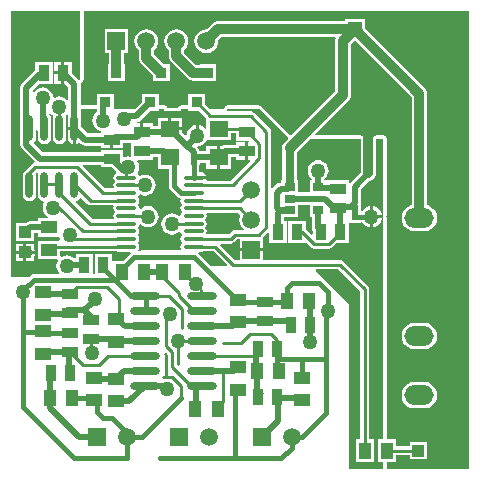
<source format=gtl>
%FSLAX25Y25*%
%MOIN*%
G70*
G01*
G75*
G04 Layer_Physical_Order=1*
G04 Layer_Color=255*
%ADD10R,0.02000X0.02000*%
%ADD11R,0.04134X0.05512*%
%ADD12R,0.05512X0.04134*%
%ADD13O,0.09843X0.02756*%
%ADD14O,0.02362X0.08661*%
%ADD15R,0.06300X0.05500*%
%ADD16O,0.06693X0.01378*%
%ADD17R,0.03543X0.02559*%
%ADD18R,0.03543X0.03740*%
%ADD19R,0.03937X0.03937*%
%ADD20R,0.03937X0.03937*%
%ADD21R,0.03740X0.05315*%
%ADD22R,0.05315X0.03740*%
%ADD23C,0.03200*%
%ADD24C,0.02800*%
%ADD25C,0.01000*%
%ADD26C,0.00000*%
%ADD27C,0.02000*%
%ADD28C,0.01600*%
%ADD29R,0.05906X0.05906*%
%ADD30C,0.05906*%
%ADD31R,0.05906X0.05906*%
%ADD32C,0.04724*%
%ADD33R,0.04724X0.04724*%
%ADD34O,0.09843X0.06693*%
%ADD35C,0.02400*%
%ADD36C,0.05000*%
G36*
X324646Y335354D02*
Y334854D01*
X323421Y333630D01*
X323005Y333087D01*
X322743Y332454D01*
X322653Y331776D01*
X322743Y331097D01*
X322829Y330889D01*
Y321020D01*
X322504D01*
Y320319D01*
X322280D01*
X321499Y320163D01*
X320838Y319722D01*
X319558Y318442D01*
X319508Y318367D01*
X319029Y318512D01*
Y337298D01*
X318913Y337884D01*
X318581Y338380D01*
X313380Y343581D01*
X312884Y343913D01*
X312298Y344029D01*
X304512D01*
Y344209D01*
X304512D01*
Y345000D01*
X315000D01*
X324646Y335354D01*
D02*
G37*
G36*
X281200Y325000D02*
X285009D01*
Y319155D01*
X285126Y318570D01*
X285149Y318453D01*
X285547Y317858D01*
X287805Y315600D01*
X288400Y315202D01*
X288517Y315179D01*
X288643Y315154D01*
X288920Y314738D01*
X288841Y314339D01*
X288972Y313680D01*
X289345Y313121D01*
Y312997D01*
X288972Y312439D01*
X288841Y311779D01*
X288972Y311121D01*
X289345Y310562D01*
Y310438D01*
X288972Y309879D01*
X288849Y309261D01*
X288631Y309179D01*
X288335Y309120D01*
X287765Y309557D01*
X286914Y309910D01*
X286000Y310030D01*
X285086Y309910D01*
X284235Y309557D01*
X283504Y308996D01*
X282943Y308265D01*
X282590Y307414D01*
X282470Y306500D01*
X282590Y305586D01*
X282943Y304735D01*
X283504Y304004D01*
X284235Y303443D01*
X285086Y303090D01*
X286000Y302970D01*
X286914Y303090D01*
X287765Y303443D01*
X288437Y303958D01*
X288670Y303870D01*
X288926Y303674D01*
X288972Y303443D01*
X289345Y302885D01*
Y302761D01*
X288972Y302202D01*
X288841Y301543D01*
X288972Y300884D01*
X289345Y300326D01*
Y300202D01*
X288972Y299643D01*
X288841Y298984D01*
X288972Y298325D01*
X289160Y298043D01*
X288774Y297726D01*
X288500Y298000D01*
X276000D01*
X275379Y297379D01*
X274881Y297428D01*
X274713Y297680D01*
X274661Y297776D01*
X275028Y298325D01*
X275159Y298984D01*
X275028Y299643D01*
X274655Y300202D01*
Y300326D01*
X275028Y300884D01*
X275159Y301543D01*
X275028Y302202D01*
X274655Y302761D01*
Y302885D01*
X275028Y303443D01*
X275159Y304102D01*
X275028Y304761D01*
X274655Y305320D01*
Y305444D01*
X275028Y306002D01*
X275060Y306163D01*
X275360Y306393D01*
X275553Y306466D01*
X276235Y305943D01*
X277086Y305590D01*
X278000Y305470D01*
X278914Y305590D01*
X279765Y305943D01*
X280496Y306504D01*
X281057Y307235D01*
X281410Y308086D01*
X281530Y309000D01*
X281410Y309914D01*
X281057Y310765D01*
X280496Y311496D01*
X279765Y312057D01*
X278914Y312410D01*
X278000Y312530D01*
X277086Y312410D01*
X276235Y312057D01*
X275726Y311667D01*
X275159Y311779D01*
X275028Y312439D01*
X274655Y312997D01*
Y313121D01*
X275028Y313680D01*
X275159Y314339D01*
X275028Y314998D01*
X274655Y315556D01*
Y315680D01*
X275028Y316239D01*
X275278Y316399D01*
Y316399D01*
X275278Y316399D01*
X276130Y316047D01*
X277043Y315927D01*
X277957Y316047D01*
X278808Y316399D01*
X279539Y316961D01*
X280101Y317692D01*
X280453Y318543D01*
X280574Y319457D01*
X280453Y320370D01*
X280101Y321222D01*
X279539Y321953D01*
X278808Y322514D01*
X277957Y322867D01*
X277043Y322987D01*
X276130Y322867D01*
X275278Y322514D01*
X275028Y322675D01*
X274655Y323233D01*
X274638Y323244D01*
X274557Y323735D01*
X274910Y324586D01*
X275030Y325500D01*
X274910Y326414D01*
X274557Y327265D01*
X274353Y327532D01*
X274574Y327980D01*
X279658D01*
Y328811D01*
X281200D01*
Y325000D01*
D02*
G37*
G36*
X262343Y325480D02*
X265986D01*
X267422Y324044D01*
X267373Y323547D01*
X266904Y323233D01*
X266531Y322675D01*
X266400Y322016D01*
X266531Y321357D01*
X266904Y320798D01*
Y320674D01*
X266531Y320116D01*
X266400Y319457D01*
X266528Y318813D01*
X266211Y318427D01*
X263736D01*
X256314Y325849D01*
X256505Y326311D01*
X262343D01*
Y325480D01*
D02*
G37*
G36*
X307343Y334279D02*
X311744D01*
X312022Y333864D01*
X311963Y333720D01*
X311500D01*
Y330850D01*
Y327980D01*
X311963D01*
X312154Y327518D01*
X305622Y320986D01*
X297789D01*
X297472Y321373D01*
X297501Y321516D01*
X293220D01*
Y322516D01*
X297501D01*
X297469Y322675D01*
X297096Y323233D01*
X296537Y323607D01*
X295878Y323738D01*
X295056D01*
Y325647D01*
X295104Y325720D01*
X295260Y326500D01*
Y326711D01*
X297500D01*
Y325000D01*
X301150D01*
Y328750D01*
Y332500D01*
X297500D01*
Y330789D01*
X295178D01*
X295104Y331160D01*
X294662Y331821D01*
X294459Y332025D01*
X294619Y332499D01*
X295314Y332590D01*
X296165Y332943D01*
X296896Y333504D01*
X297457Y334235D01*
X297567Y334500D01*
X305800D01*
Y336721D01*
X307343D01*
Y334279D01*
D02*
G37*
G36*
X348878Y323761D02*
X345558Y320442D01*
X345486Y320335D01*
X345008Y320480D01*
Y321020D01*
X337693D01*
D01*
D01*
X337693Y321020D01*
X337496Y321020D01*
Y321020D01*
X337008D01*
X336848Y321493D01*
X337221Y321779D01*
X337782Y322511D01*
X338134Y323362D01*
X338255Y324276D01*
X338134Y325189D01*
X337782Y326041D01*
X337221Y326772D01*
X336490Y327333D01*
X335638Y327685D01*
X334724Y327806D01*
X333811Y327685D01*
X332959Y327333D01*
X332228Y326772D01*
X331667Y326041D01*
X331314Y325189D01*
X331194Y324276D01*
X331314Y323362D01*
X331667Y322511D01*
X332228Y321779D01*
X332601Y321493D01*
X332440Y321020D01*
X331953D01*
Y317039D01*
X328047D01*
Y321020D01*
X327723D01*
Y330514D01*
X332209Y335000D01*
X348878D01*
Y323761D01*
D02*
G37*
G36*
X257828Y313257D02*
X258324Y312926D01*
X258910Y312809D01*
X266211D01*
X266528Y312423D01*
X266400Y311779D01*
X266531Y311121D01*
X266904Y310562D01*
Y310438D01*
X266531Y309879D01*
X266400Y309221D01*
X266528Y308577D01*
X266211Y308191D01*
X259472D01*
X253863Y313800D01*
X254008Y314279D01*
X254351Y314347D01*
X255072Y314829D01*
X255328Y315211D01*
X255825Y315260D01*
X257828Y313257D01*
D02*
G37*
G36*
X267463Y297393D02*
X268122Y297262D01*
X271892D01*
X272202Y296798D01*
X269660Y294256D01*
X266193D01*
D01*
X266193D01*
X266020Y294429D01*
Y296657D01*
X260279D01*
Y289839D01*
X259720D01*
Y296657D01*
X253980D01*
Y295039D01*
X253440D01*
X252765Y295557D01*
X251914Y295910D01*
X251000Y296030D01*
X250086Y295910D01*
X249235Y295557D01*
X249215Y295542D01*
X248766Y295763D01*
Y297455D01*
X267371D01*
X267463Y297393D01*
D02*
G37*
G36*
X304375Y292962D02*
X304184Y292500D01*
X298942D01*
X294644Y296798D01*
X294954Y297262D01*
X295878D01*
X296537Y297393D01*
X296629Y297455D01*
X299882D01*
X304375Y292962D01*
D02*
G37*
G36*
X356500Y309254D02*
X356469Y309252D01*
Y308748D01*
X356500Y308746D01*
Y234756D01*
X354673D01*
Y227244D01*
X356500D01*
Y225000D01*
X345000D01*
Y280000D01*
X333991Y291009D01*
X334183Y291471D01*
X341367D01*
X348730Y284107D01*
Y234756D01*
X347193D01*
Y227244D01*
X353327D01*
Y234756D01*
X351789D01*
Y284740D01*
X351673Y285325D01*
X351341Y285822D01*
X343081Y294081D01*
X342585Y294413D01*
X342000Y294529D01*
X316453D01*
Y297500D01*
X308547D01*
Y294529D01*
X307134D01*
X302111Y299552D01*
X302302Y300014D01*
X305543D01*
X306129Y300130D01*
X306625Y300462D01*
X307633Y301471D01*
X308547D01*
Y298500D01*
X316453D01*
Y301953D01*
X316453Y301953D01*
X316453D01*
X316354Y302191D01*
X318018Y303855D01*
X318480Y303664D01*
Y300342D01*
X324220D01*
Y307658D01*
X323390D01*
Y308961D01*
X325016D01*
X325114Y308980D01*
X328047D01*
Y312720D01*
Y312961D01*
X331953D01*
Y308980D01*
X332685D01*
Y305126D01*
X332840Y304346D01*
X332980Y304136D01*
Y303037D01*
X332518Y302846D01*
X330520Y304845D01*
Y307658D01*
X324780D01*
Y300342D01*
X330520D01*
X330520Y300342D01*
Y300342D01*
X330644Y300394D01*
X332278Y298761D01*
X332774Y298430D01*
X332871Y298410D01*
X333359Y298313D01*
X338342D01*
X338927Y298430D01*
X339423Y298761D01*
X341005Y300342D01*
X345020D01*
Y307000D01*
X346803D01*
X347000Y306961D01*
X347197Y307000D01*
X349000D01*
Y307165D01*
X349497D01*
X350004Y306504D01*
X350735Y305943D01*
X351586Y305590D01*
X352000Y305536D01*
Y309000D01*
Y312464D01*
X351586Y312410D01*
X350735Y312057D01*
X350004Y311496D01*
X349513Y310856D01*
X349039Y311017D01*
Y312000D01*
X349000Y312197D01*
Y313303D01*
X349039Y313500D01*
Y318155D01*
X351801Y320917D01*
X352179Y320967D01*
X352811Y321229D01*
X353354Y321646D01*
X353771Y322189D01*
X354033Y322821D01*
X354122Y323500D01*
Y335000D01*
X356500D01*
Y309254D01*
D02*
G37*
G36*
X385000Y225000D02*
X357520D01*
Y227244D01*
X360807D01*
Y229471D01*
X365185D01*
Y228031D01*
X371122D01*
Y233968D01*
X365185D01*
Y232529D01*
X360807D01*
Y234756D01*
X357520D01*
Y308746D01*
X357500Y308844D01*
Y309156D01*
X357520Y309254D01*
Y335000D01*
X357442Y335390D01*
X357221Y335721D01*
X356890Y335942D01*
X356500Y336020D01*
X354122D01*
X353732Y335942D01*
X353401Y335721D01*
X353181Y335390D01*
X353103Y335000D01*
X349897D01*
X349819Y335390D01*
X349599Y335721D01*
X349268Y335942D01*
X348878Y336020D01*
X333882D01*
X333690Y336481D01*
X344854Y347646D01*
X344854Y347646D01*
X345271Y348189D01*
X345533Y348821D01*
X345622Y349500D01*
X345622Y349500D01*
Y366414D01*
X346750Y367541D01*
X347250D01*
X365878Y348914D01*
Y312774D01*
X365791Y312762D01*
X364733Y312324D01*
X363825Y311628D01*
X363129Y310719D01*
X362691Y309662D01*
X362541Y308528D01*
X362691Y307393D01*
X363129Y306336D01*
X363825Y305428D01*
X364733Y304731D01*
X365791Y304293D01*
X366925Y304144D01*
X370075D01*
X371210Y304293D01*
X372267Y304731D01*
X373175Y305428D01*
X373871Y306336D01*
X374309Y307393D01*
X374459Y308528D01*
X374309Y309662D01*
X373871Y310719D01*
X373175Y311628D01*
X372267Y312324D01*
X371210Y312762D01*
X371122Y312774D01*
Y350000D01*
X371122Y350000D01*
X371033Y350679D01*
X370771Y351311D01*
X370354Y351854D01*
X370354Y351854D01*
X350362Y371847D01*
Y374862D01*
X343638D01*
Y374122D01*
X301500D01*
X300821Y374033D01*
X300189Y373771D01*
X299646Y373354D01*
X299646Y373354D01*
X297746Y371455D01*
X297500Y371487D01*
X296468Y371351D01*
X295507Y370953D01*
X294681Y370319D01*
X294047Y369493D01*
X293649Y368532D01*
X293513Y367500D01*
X293649Y366468D01*
X294047Y365507D01*
X294681Y364681D01*
X295507Y364047D01*
X296468Y363649D01*
X297500Y363513D01*
X298532Y363649D01*
X299493Y364047D01*
X300319Y364681D01*
X300953Y365507D01*
X301351Y366468D01*
X301487Y367500D01*
X301454Y367746D01*
X302586Y368878D01*
X340306D01*
X340584Y368462D01*
X340467Y368179D01*
X340378Y367500D01*
X340378Y367500D01*
Y350586D01*
X325822Y336031D01*
X325367Y336075D01*
X315721Y345721D01*
X315390Y345942D01*
X315000Y346020D01*
X304512D01*
X304122Y345942D01*
X303791Y345721D01*
X303570Y345390D01*
X303492Y345000D01*
X298501D01*
X297031Y346470D01*
Y349949D01*
X291488D01*
Y346020D01*
X289012D01*
X288622Y345942D01*
X288291Y345721D01*
X288070Y345390D01*
X288038Y345228D01*
X284443D01*
X284411Y345390D01*
X284190Y345721D01*
X283859Y345942D01*
X283469Y346020D01*
X281532D01*
Y349949D01*
X275988D01*
Y347191D01*
X273797Y345000D01*
X270229D01*
X270000Y345030D01*
X269771Y345000D01*
X266531D01*
Y349949D01*
X260988D01*
Y346457D01*
X260961Y346319D01*
Y346020D01*
X255539D01*
Y353150D01*
X255529Y353199D01*
X255529Y353561D01*
X255796Y353642D01*
X255841Y353666D01*
X255890Y353676D01*
X256015Y353759D01*
X256147Y353829D01*
X256179Y353869D01*
X256221Y353897D01*
X256304Y354021D01*
X256399Y354137D01*
X256414Y354185D01*
X256442Y354227D01*
X256471Y354374D01*
X256515Y354518D01*
X256510Y354568D01*
X256520Y354618D01*
Y377500D01*
X385000D01*
Y225000D01*
D02*
G37*
G36*
X308841Y309496D02*
X308649Y309032D01*
X308513Y308000D01*
X308649Y306968D01*
X309047Y306007D01*
X309681Y305181D01*
X309913Y305003D01*
X309752Y304529D01*
X307000D01*
X306415Y304413D01*
X305919Y304081D01*
X304910Y303073D01*
X297789D01*
X297472Y303459D01*
X297600Y304102D01*
X297469Y304761D01*
X297096Y305320D01*
Y305444D01*
X297469Y306002D01*
X297600Y306661D01*
X297469Y307320D01*
X297096Y307879D01*
Y308003D01*
X297469Y308561D01*
X297600Y309221D01*
X297472Y309864D01*
X297789Y310250D01*
X308087D01*
X308841Y309496D01*
D02*
G37*
G36*
X260961Y343847D02*
X260504Y343496D01*
X259943Y342765D01*
X259590Y341914D01*
X259470Y341000D01*
X259590Y340086D01*
X259943Y339235D01*
X260504Y338504D01*
X261235Y337943D01*
X262086Y337590D01*
X262345Y337556D01*
X262343Y337520D01*
X262343Y337520D01*
X262343Y337520D01*
Y336689D01*
X257947D01*
X255724Y338912D01*
Y341598D01*
X255555Y342449D01*
X255539Y342472D01*
Y345000D01*
X260961D01*
Y343847D01*
D02*
G37*
G36*
X291488Y344209D02*
X294967D01*
X297500Y341676D01*
Y338487D01*
X297026Y338326D01*
X296896Y338496D01*
X296165Y339057D01*
X295314Y339410D01*
X294900Y339464D01*
Y336000D01*
X293900D01*
Y339464D01*
X293486Y339410D01*
X292635Y339057D01*
X291904Y338496D01*
X291343Y337765D01*
X290990Y336914D01*
X290899Y336219D01*
X290425Y336059D01*
X289500Y336984D01*
Y337750D01*
X285350D01*
Y338250D01*
X284850D01*
Y342000D01*
X281200D01*
Y339189D01*
X279658D01*
Y340020D01*
X276500D01*
Y337150D01*
X275500D01*
Y340020D01*
X274514D01*
X274465Y340517D01*
X274961Y340616D01*
X275623Y341058D01*
X278774Y344209D01*
X281532D01*
Y345000D01*
X283469D01*
Y344209D01*
X289012D01*
Y345000D01*
X291488D01*
Y344209D01*
D02*
G37*
G36*
X255500Y354618D02*
X255022Y354472D01*
X254942Y354591D01*
X252520Y357014D01*
Y360658D01*
X250150D01*
Y357000D01*
Y353343D01*
X250423D01*
X251461Y352305D01*
Y348154D01*
X250996Y347996D01*
X250265Y348557D01*
X249414Y348910D01*
X248500Y349030D01*
X247586Y348910D01*
X246913Y348631D01*
X246492Y348874D01*
X246479Y348891D01*
X246410Y349414D01*
X246057Y350265D01*
X245496Y350996D01*
X244765Y351557D01*
X243914Y351910D01*
X243000Y352030D01*
X242086Y351910D01*
X241235Y351557D01*
X240504Y350996D01*
X240013Y350356D01*
X239539Y350517D01*
Y351155D01*
X241726Y353343D01*
X246220D01*
Y360658D01*
X240480D01*
Y357864D01*
X236058Y353442D01*
X235616Y352780D01*
X235461Y352000D01*
Y333000D01*
X235616Y332220D01*
X236058Y331558D01*
X240197Y327419D01*
X240052Y326940D01*
X239915Y326913D01*
X239419Y326581D01*
X237479Y324641D01*
X236928Y324273D01*
X236445Y323552D01*
X236276Y322701D01*
Y316402D01*
X236445Y315551D01*
X236928Y314829D01*
X237649Y314347D01*
X238500Y314178D01*
X239351Y314347D01*
X240072Y314829D01*
X240555Y315551D01*
X240724Y316402D01*
Y322701D01*
X240581Y323418D01*
X240894Y323731D01*
X241389Y323658D01*
X241445Y323552D01*
X241276Y322701D01*
Y316402D01*
X241445Y315551D01*
X241928Y314829D01*
X242649Y314347D01*
X242697Y314337D01*
X243443Y313765D01*
X243090Y312914D01*
X242970Y312000D01*
X243090Y311086D01*
X243443Y310235D01*
X244004Y309504D01*
X244721Y308954D01*
X244635Y308701D01*
X244543Y308480D01*
X241254D01*
Y307453D01*
X238689D01*
X237909Y307297D01*
X237247Y306855D01*
X237085Y306693D01*
X234032D01*
Y300756D01*
X239968D01*
Y303374D01*
X241254D01*
Y302346D01*
X248413D01*
X248449Y302071D01*
X248720Y301416D01*
X248443Y301000D01*
X241254D01*
Y294866D01*
X247839D01*
X248060Y294418D01*
X247943Y294265D01*
X247590Y293414D01*
X247470Y292500D01*
X247590Y291586D01*
X247943Y290735D01*
X248286Y290287D01*
X248065Y289839D01*
X239895D01*
X239309Y289722D01*
X239193Y289699D01*
X238597Y289301D01*
X238296Y289000D01*
X232500D01*
Y377500D01*
X255500D01*
Y354618D01*
D02*
G37*
G36*
X246004Y343004D02*
X246541Y342592D01*
X246445Y342449D01*
X246276Y341598D01*
Y335299D01*
X246445Y334448D01*
X246927Y333727D01*
X247649Y333245D01*
X248500Y333075D01*
X249351Y333245D01*
X250073Y333727D01*
X250555Y334448D01*
X250724Y335299D01*
Y341598D01*
X250555Y342449D01*
X250459Y342592D01*
X250996Y343004D01*
X251461Y342846D01*
D01*
X251445Y342449D01*
D01*
X251276Y341598D01*
Y338949D01*
X253500D01*
Y338449D01*
X254000D01*
Y333175D01*
X254351Y333245D01*
X255072Y333727D01*
X255135Y333733D01*
X255660Y333208D01*
X256322Y332766D01*
X257102Y332610D01*
X257102Y332610D01*
X262343D01*
Y331780D01*
X265500D01*
Y334650D01*
X266500D01*
Y331780D01*
X269657D01*
Y333581D01*
X272342D01*
Y329298D01*
X271967Y328969D01*
X271500Y329030D01*
X270586Y328910D01*
X270073Y328697D01*
X269657Y328975D01*
Y331221D01*
X262343D01*
Y330390D01*
X242994D01*
X240035Y333349D01*
X240072Y333727D01*
X240555Y334448D01*
X240724Y335299D01*
Y337894D01*
X240875Y337940D01*
X241276Y337642D01*
Y335299D01*
X241445Y334448D01*
X241928Y333727D01*
X242649Y333245D01*
X243500Y333075D01*
X244351Y333245D01*
X245073Y333727D01*
X245555Y334448D01*
X245724Y335299D01*
Y341598D01*
X245555Y342449D01*
X245125Y343093D01*
X245232Y343409D01*
X245352Y343589D01*
X245513Y343644D01*
X246004Y343004D01*
D02*
G37*
%LPC*%
G36*
X370075Y253856D02*
X366925D01*
X365791Y253707D01*
X364733Y253269D01*
X363825Y252572D01*
X363129Y251664D01*
X362691Y250607D01*
X362541Y249472D01*
X362691Y248338D01*
X363129Y247281D01*
X363825Y246373D01*
X364733Y245676D01*
X365791Y245238D01*
X366925Y245089D01*
X370075D01*
X371210Y245238D01*
X372267Y245676D01*
X373175Y246373D01*
X373871Y247281D01*
X374309Y248338D01*
X374459Y249472D01*
X374309Y250607D01*
X373871Y251664D01*
X373175Y252572D01*
X372267Y253269D01*
X371210Y253707D01*
X370075Y253856D01*
D02*
G37*
G36*
X239968Y300000D02*
X237500D01*
Y297532D01*
X240279D01*
X240239Y297734D01*
X239968Y298139D01*
Y300000D01*
D02*
G37*
G36*
X236500D02*
X234032D01*
Y297532D01*
X236500D01*
Y300000D01*
D02*
G37*
G36*
X240279Y296532D02*
X237500D01*
Y294063D01*
X239968D01*
Y295924D01*
X240239Y296329D01*
X240279Y296532D01*
D02*
G37*
G36*
X370075Y273541D02*
X366925D01*
X365791Y273392D01*
X364733Y272954D01*
X363825Y272257D01*
X363129Y271350D01*
X362691Y270292D01*
X362541Y269158D01*
X362691Y268023D01*
X363129Y266966D01*
X363825Y266057D01*
X364733Y265361D01*
X365791Y264923D01*
X366925Y264774D01*
X370075D01*
X371210Y264923D01*
X372267Y265361D01*
X373175Y266057D01*
X373871Y266966D01*
X374309Y268023D01*
X374459Y269158D01*
X374309Y270292D01*
X373871Y271350D01*
X373175Y272257D01*
X372267Y272954D01*
X371210Y273392D01*
X370075Y273541D01*
D02*
G37*
G36*
X249150Y360658D02*
X246779D01*
Y357500D01*
X249150D01*
Y360658D01*
D02*
G37*
G36*
X236500Y296532D02*
X234032D01*
Y294063D01*
X236500D01*
Y296532D01*
D02*
G37*
G36*
X287500Y371487D02*
X286468Y371351D01*
X285507Y370953D01*
X284681Y370319D01*
X284047Y369493D01*
X283649Y368532D01*
X283513Y367500D01*
X283649Y366468D01*
X284047Y365507D01*
X284681Y364681D01*
X284878Y364530D01*
Y362500D01*
X284878Y362500D01*
X284967Y361821D01*
X285229Y361189D01*
X285646Y360646D01*
X291224Y355067D01*
X291224Y355067D01*
X291768Y354650D01*
X292400Y354388D01*
X293079Y354299D01*
X293079Y354299D01*
X295228D01*
Y354051D01*
X300772D01*
Y359791D01*
X295228D01*
Y359544D01*
X294165D01*
X290122Y363586D01*
Y364530D01*
X290319Y364681D01*
X290953Y365507D01*
X291351Y366468D01*
X291487Y367500D01*
X291351Y368532D01*
X290953Y369493D01*
X290319Y370319D01*
X289493Y370953D01*
X288532Y371351D01*
X287500Y371487D01*
D02*
G37*
G36*
X289500Y342000D02*
X285850D01*
Y338750D01*
X289500D01*
Y342000D01*
D02*
G37*
G36*
X353000Y312464D02*
Y309500D01*
X355964D01*
X355910Y309914D01*
X355557Y310765D01*
X354996Y311496D01*
X354265Y312057D01*
X353414Y312410D01*
X353000Y312464D01*
D02*
G37*
G36*
X310500Y333720D02*
X307343D01*
Y332890D01*
X303750D01*
X302970Y332734D01*
X302619Y332500D01*
X302150D01*
Y328750D01*
Y325000D01*
X305800D01*
Y328811D01*
X307343D01*
Y327980D01*
X310500D01*
Y330850D01*
Y333720D01*
D02*
G37*
G36*
X253000Y337949D02*
X251276D01*
Y335299D01*
X251445Y334448D01*
X251927Y333727D01*
X252649Y333245D01*
X253000Y333175D01*
Y337949D01*
D02*
G37*
G36*
X271453Y371453D02*
X263547D01*
Y363547D01*
X264878D01*
Y359791D01*
X264728D01*
Y354051D01*
X270272D01*
Y359791D01*
X270122D01*
Y363547D01*
X271453D01*
Y371453D01*
D02*
G37*
G36*
X277500Y371487D02*
X276468Y371351D01*
X275507Y370953D01*
X274681Y370319D01*
X274047Y369493D01*
X273649Y368532D01*
X273513Y367500D01*
X273649Y366468D01*
X274047Y365507D01*
X274681Y364681D01*
X274878Y364530D01*
Y361921D01*
X274878Y361921D01*
X274967Y361243D01*
X275229Y360610D01*
X275646Y360067D01*
X279728Y355984D01*
Y354051D01*
X285272D01*
Y359791D01*
X283339D01*
X280122Y363007D01*
Y364530D01*
X280319Y364681D01*
X280953Y365507D01*
X281351Y366468D01*
X281487Y367500D01*
X281351Y368532D01*
X280953Y369493D01*
X280319Y370319D01*
X279493Y370953D01*
X278532Y371351D01*
X277500Y371487D01*
D02*
G37*
G36*
X249150Y356500D02*
X246779D01*
Y353343D01*
X249150D01*
Y356500D01*
D02*
G37*
G36*
X355964Y308500D02*
X353000D01*
Y305536D01*
X353414Y305590D01*
X354265Y305943D01*
X354996Y306504D01*
X355557Y307235D01*
X355910Y308086D01*
X355964Y308500D01*
D02*
G37*
%LPD*%
D10*
X347000Y312000D02*
D03*
Y309000D02*
D03*
D11*
X276740Y290500D02*
D03*
X269260D02*
D03*
X290240D02*
D03*
X282760D02*
D03*
X293760Y245000D02*
D03*
X301240D02*
D03*
X331740Y281000D02*
D03*
X324260D02*
D03*
X314260Y257500D02*
D03*
X321740D02*
D03*
X245260Y248500D02*
D03*
X252740D02*
D03*
X350260Y231000D02*
D03*
X357740D02*
D03*
D12*
X308000Y258740D02*
D03*
Y251260D02*
D03*
X260000Y255240D02*
D03*
Y247760D02*
D03*
X267500Y247413D02*
D03*
Y254894D02*
D03*
X308000Y273760D02*
D03*
Y281240D02*
D03*
X329500Y247760D02*
D03*
Y255240D02*
D03*
X243000Y263260D02*
D03*
Y270740D02*
D03*
X245010Y297933D02*
D03*
Y305413D02*
D03*
X243000Y283740D02*
D03*
Y276260D02*
D03*
X267500Y267260D02*
D03*
Y274740D02*
D03*
D13*
X276854Y282500D02*
D03*
Y277500D02*
D03*
Y272500D02*
D03*
Y267500D02*
D03*
Y262500D02*
D03*
Y257500D02*
D03*
Y252500D02*
D03*
X296146Y282500D02*
D03*
Y277500D02*
D03*
Y272500D02*
D03*
Y267500D02*
D03*
Y262500D02*
D03*
Y257500D02*
D03*
Y252500D02*
D03*
D14*
X253500Y338449D02*
D03*
X248500D02*
D03*
X243500D02*
D03*
X238500D02*
D03*
X253500Y319551D02*
D03*
X248500D02*
D03*
X243500D02*
D03*
X238500D02*
D03*
D15*
X301650Y328750D02*
D03*
X285350D02*
D03*
Y338250D02*
D03*
X301650D02*
D03*
D16*
X270779Y322016D02*
D03*
Y319457D02*
D03*
Y316898D02*
D03*
Y314339D02*
D03*
Y311779D02*
D03*
Y309221D02*
D03*
Y306661D02*
D03*
Y304102D02*
D03*
Y301543D02*
D03*
Y298984D02*
D03*
X293220Y322016D02*
D03*
Y319457D02*
D03*
Y316898D02*
D03*
Y314339D02*
D03*
Y311779D02*
D03*
Y309221D02*
D03*
Y306661D02*
D03*
Y304102D02*
D03*
Y301543D02*
D03*
Y298984D02*
D03*
D17*
X334724Y318740D02*
D03*
Y311260D02*
D03*
X325276D02*
D03*
Y315000D02*
D03*
Y318740D02*
D03*
D18*
X294260Y347079D02*
D03*
X298000Y356921D02*
D03*
X301740Y347079D02*
D03*
X263760D02*
D03*
X267500Y356921D02*
D03*
X271240Y347079D02*
D03*
X278760D02*
D03*
X282500Y356921D02*
D03*
X286240Y347079D02*
D03*
D19*
X237000Y297031D02*
D03*
Y303725D02*
D03*
D20*
X368154Y231000D02*
D03*
X374847D02*
D03*
D21*
X325850Y273000D02*
D03*
X332150D02*
D03*
X252150Y257000D02*
D03*
X245850D02*
D03*
X314850Y249000D02*
D03*
X321150D02*
D03*
X321150Y265000D02*
D03*
X314850D02*
D03*
X243350Y357000D02*
D03*
X249650D02*
D03*
X327650Y304000D02*
D03*
X321350D02*
D03*
X342150D02*
D03*
X335850D02*
D03*
X263150Y293000D02*
D03*
X256850D02*
D03*
D22*
X252000Y270150D02*
D03*
Y263850D02*
D03*
Y276850D02*
D03*
Y283150D02*
D03*
X259000Y274650D02*
D03*
Y268350D02*
D03*
X266000Y334650D02*
D03*
Y328350D02*
D03*
X276000Y337150D02*
D03*
Y330850D02*
D03*
X311000Y330850D02*
D03*
Y337150D02*
D03*
X341350Y311850D02*
D03*
Y318150D02*
D03*
X317000Y280650D02*
D03*
Y274350D02*
D03*
D23*
X343000Y349500D02*
Y367500D01*
X325276Y331776D02*
X343000Y349500D01*
Y367500D02*
X347000Y371500D01*
X301500D02*
X347000D01*
X368500Y350000D01*
Y308528D02*
Y350000D01*
X351500Y323500D02*
Y341500D01*
X267500Y356921D02*
Y367500D01*
X277500Y361921D02*
X282500Y356921D01*
X277500Y361921D02*
Y367500D01*
X287500Y362500D02*
Y367500D01*
Y362500D02*
X293079Y356921D01*
X298000D01*
X297500Y367500D02*
X301500Y371500D01*
D24*
X325276Y318740D02*
Y331776D01*
D25*
X284000Y255500D02*
Y256500D01*
X283000Y255500D02*
X284000D01*
X283757Y263257D02*
X284000Y263015D01*
Y255500D02*
X286157D01*
X284000Y256500D02*
Y263015D01*
X308720Y311779D02*
X312500Y308000D01*
X293220Y311779D02*
X308720D01*
X308839Y314339D02*
X312500Y318000D01*
X293220Y314339D02*
X308839D01*
X312298Y342500D02*
X317500Y337298D01*
Y305500D02*
Y337298D01*
X315000Y303000D02*
X317500Y305500D01*
X307000Y303000D02*
X315000D01*
X305543Y301543D02*
X307000Y303000D01*
X293220Y301543D02*
X305543D01*
X342000Y293000D02*
X350260Y284740D01*
X306500Y293000D02*
X342000D01*
X300516Y298984D02*
X306500Y293000D01*
X293220Y298984D02*
X300516D01*
X333359Y299843D02*
X338342D01*
X329202Y304000D02*
X333359Y299843D01*
X338342D02*
X342150Y303650D01*
X258839Y306661D02*
X270779D01*
X248500Y317000D02*
X258839Y306661D01*
X248500Y317000D02*
Y319748D01*
X285350Y328750D02*
X286845Y327255D01*
X288500Y282500D02*
Y283500D01*
X281500Y290500D02*
X288500Y283500D01*
X312875Y262500D02*
X314000Y261375D01*
X295752Y262500D02*
X312875D01*
X252000Y263850D02*
X256350Y259500D01*
X251650Y263500D02*
X252000Y263850D01*
X251000Y292000D02*
X252000Y293000D01*
X312000Y270000D02*
X319000D01*
X309000Y267000D02*
X312000Y270000D01*
X303000Y267000D02*
X309000D01*
X276854Y257500D02*
X277248D01*
X267500Y254894D02*
X267500Y254894D01*
X319000Y270000D02*
X321000Y268000D01*
Y265150D02*
Y268000D01*
Y265150D02*
X321150Y265000D01*
X324500Y274350D02*
X325850Y273000D01*
X331740Y281000D02*
X332150Y280591D01*
X270779Y324780D02*
X271500Y325500D01*
X259000Y264000D02*
X259500Y263500D01*
X259000Y264000D02*
Y268350D01*
X288000Y267500D02*
X295752D01*
X286500D02*
X288000D01*
Y260000D02*
Y267500D01*
X284000Y265843D02*
X286000Y263843D01*
Y259000D02*
Y263843D01*
Y259000D02*
X292500Y252500D01*
X294153D01*
X289276Y272000D02*
Y278224D01*
X285000Y282500D02*
X289276Y278224D01*
X277248Y282500D02*
X285000D01*
X293500Y277500D02*
X295752D01*
X288500Y282500D02*
X293500Y277500D01*
X276854Y282500D02*
X277248D01*
X284000Y275292D02*
X284500Y275792D01*
X284000Y265843D02*
Y275292D01*
X261816Y259500D02*
X264816Y262500D01*
X277248D01*
X251150Y277850D02*
X252346Y276654D01*
X259000Y280000D02*
X260949D01*
X268500Y274346D02*
Y281500D01*
X264500Y285500D02*
X268500Y281500D01*
X254350Y285500D02*
X264500D01*
X252000Y283150D02*
X254350Y285500D01*
X256350Y259500D02*
X261816D01*
X289000Y248500D02*
Y252657D01*
X286157Y255500D02*
X289000Y252657D01*
X270779Y322016D02*
Y324780D01*
X294260Y347079D02*
X298839Y342500D01*
X312298D01*
X270000Y341500D02*
X271000Y342500D01*
X253300Y301543D02*
X270779D01*
X251859Y302984D02*
X253300Y301543D01*
X263000Y346319D02*
X263760Y347079D01*
X246500Y312000D02*
X248500D01*
X256398Y304102D01*
X270779D01*
X271240Y347079D02*
Y349240D01*
X277279Y309221D02*
X278000Y308500D01*
X270779Y309221D02*
X277279D01*
X286000Y306500D02*
X293382D01*
X293220Y306661D02*
X293382Y306500D01*
X289846Y290500D02*
X293847Y286500D01*
X270779Y319457D02*
X277043D01*
X293847Y286500D02*
X294000D01*
X314000Y255654D02*
X314500Y255153D01*
Y248500D02*
X316150Y250150D01*
X295752Y282500D02*
Y284594D01*
X306347Y272500D02*
X308197Y274350D01*
X326654Y248500D02*
X327500Y247654D01*
X306760Y257500D02*
X308000Y258740D01*
X283250Y330850D02*
X285350Y328750D01*
X301650D02*
X303750Y330850D01*
X309900Y338250D02*
X311000Y337150D01*
X301650Y338250D02*
X309900D01*
X311000Y337150D02*
X311350D01*
X315158Y333342D01*
Y328359D02*
Y333342D01*
X306255Y319457D02*
X315158Y328359D01*
X253500Y319748D02*
X258910Y314339D01*
X270779D01*
X243500Y319748D02*
X248500D01*
X238500D02*
Y323500D01*
X240500Y325500D01*
X254500D01*
X263102Y316898D01*
X270779D01*
X334724Y318740D02*
X334815Y318650D01*
X334724Y305126D02*
X335850Y304000D01*
X327650D02*
X329202D01*
X342150Y303650D02*
Y304000D01*
X246061Y298984D02*
X270779D01*
X243000Y263653D02*
X243197Y263850D01*
X360000Y297342D02*
X368500Y288843D01*
X347000Y341500D02*
X355500D01*
X360000Y337000D01*
Y297342D02*
Y337000D01*
X357740Y231000D02*
X368154D01*
X368154Y231000D01*
X242175Y356675D02*
X243675D01*
X248500Y338449D02*
Y345500D01*
X243000Y338949D02*
X243500Y338449D01*
X293220Y319457D02*
X306255D01*
X314000Y264150D02*
X314850Y265000D01*
X314000Y255654D02*
Y258000D01*
X300847Y245000D02*
X303000Y247153D01*
Y257500D01*
X350260Y231000D02*
Y284740D01*
X245010Y297933D02*
X246061Y298984D01*
D26*
X283000Y255500D02*
X284000Y256500D01*
D27*
X283500Y252500D02*
X284500Y251500D01*
X276854Y252500D02*
X283500D01*
X276346Y290500D02*
X281500D01*
X251650Y256500D02*
Y263500D01*
X347000Y313500D02*
Y319000D01*
X345850Y312350D02*
X347000Y313500D01*
X339650Y312350D02*
X345850D01*
X347000Y319000D02*
X351500Y323500D01*
X347000Y309000D02*
Y312000D01*
X270106Y257500D02*
X276854D01*
X267453Y254847D02*
X270106Y257500D01*
X260000Y254847D02*
X267453D01*
X271768Y247413D02*
X276854Y252500D01*
X267500Y247413D02*
X271768D01*
X317000Y274350D02*
X324500D01*
X332150Y267150D02*
Y273000D01*
Y280591D01*
X294153Y245000D02*
Y252500D01*
X325016Y311000D02*
X325276Y311260D01*
X324815Y318280D02*
X325276Y318740D01*
X243000Y276654D02*
X252346D01*
X251150Y277850D02*
X256799D01*
X256825Y277825D02*
X259000Y280000D01*
X256825Y277825D02*
X260500Y274150D01*
X267500Y267500D02*
X276854D01*
X261000Y268350D02*
X264650D01*
X285350Y338250D02*
X291000Y332600D01*
X294400Y336000D01*
X266000Y328350D02*
X270175Y324175D01*
X334724Y318740D02*
Y324276D01*
X274181Y342500D02*
X278760Y347079D01*
X271000Y342500D02*
X274181D01*
X263000Y341000D02*
Y346319D01*
X295752Y257500D02*
X303000D01*
X321500Y248500D02*
X326654D01*
X321500Y241000D02*
Y248500D01*
X316000Y235500D02*
X321500Y241000D01*
X314500Y250150D02*
Y255153D01*
X295752Y272500D02*
X306347D01*
X308197Y274350D02*
X317000D01*
X276000Y337150D02*
X284250D01*
X276000Y330850D02*
X283250D01*
X293220Y328750D02*
X301650D01*
X303750Y330850D02*
X311000D01*
X334815Y318650D02*
X341350D01*
X342150Y304000D02*
Y310500D01*
X334724Y305126D02*
Y311260D01*
X242150Y328350D02*
X266000D01*
X257102Y334650D02*
X266000D01*
X253500Y338252D02*
X257102Y334650D01*
X243197Y263850D02*
X252000D01*
X270346Y272500D02*
X277248D01*
X268500Y274346D02*
X270346Y272500D01*
X243000Y283347D02*
X252153D01*
X252000Y293000D02*
X256850D01*
X245350Y245150D02*
Y256500D01*
Y245150D02*
X255000Y235500D01*
X261000D01*
X249650Y357000D02*
X253500Y353150D01*
Y338252D02*
Y353150D01*
X243000Y338949D02*
Y348500D01*
X325276Y315000D02*
X337000D01*
X339650Y312350D01*
X237500Y333000D02*
X242150Y328350D01*
X237500Y333000D02*
Y352000D01*
X242175Y356675D01*
X266000Y334650D02*
X266971Y335620D01*
X274471D01*
X276000Y337150D01*
X291000Y332600D02*
X293220Y330380D01*
Y326500D02*
Y328750D01*
Y330380D01*
X314000Y258000D02*
Y264150D01*
Y258000D02*
Y261375D01*
X303000Y257500D02*
X306760D01*
X238689Y305413D02*
X245010D01*
X237000Y303725D02*
X238689Y305413D01*
X321000Y312000D02*
X322000Y311000D01*
X325016D01*
X321350Y304000D02*
Y310350D01*
X322260Y311260D01*
X325276D01*
X321000Y312000D02*
Y317000D01*
X322280Y318280D01*
X324815D01*
D28*
X237000Y297031D02*
X238544D01*
X238043Y297532D02*
X238544Y297031D01*
X289102Y316898D02*
X293220D01*
X286845Y319155D02*
X289102Y316898D01*
X286845Y319155D02*
Y327255D01*
X347000Y309000D02*
X352500D01*
X271000Y235500D02*
Y237000D01*
X266000Y242000D02*
X271000Y237000D01*
X263000Y242000D02*
X266000D01*
X261000Y244000D02*
X263000Y242000D01*
X261000Y244000D02*
Y246760D01*
X259260Y248500D02*
X261000Y246760D01*
X252740Y248500D02*
X259260D01*
X293347Y295500D02*
X308000Y280847D01*
X317000Y280650D02*
X323909D01*
X308591D02*
X317000D01*
X308000Y281240D02*
X308591Y280650D01*
X323909D02*
X324260Y281000D01*
Y285260D01*
X326000Y287000D01*
X335000D01*
X338000Y284000D01*
Y277500D02*
Y284000D01*
X337500Y243500D02*
Y261500D01*
X329500Y235500D02*
X337500Y243500D01*
X326000Y235500D02*
X329500D01*
X282000Y228500D02*
X307000D01*
X272500Y282500D02*
X276854D01*
X277248Y277500D02*
Y282500D01*
X276000Y235500D02*
X289000Y248500D01*
X271000Y235500D02*
X276000D01*
X329500Y261500D02*
X337500D01*
X321000D02*
X329500D01*
Y254847D02*
Y261500D01*
X337500D02*
Y277000D01*
X321000Y257500D02*
Y261500D01*
Y264850D01*
X321150Y265000D01*
X236500Y245500D02*
Y270500D01*
Y245500D02*
X253500Y228500D01*
X236500Y270597D02*
Y283000D01*
Y270597D02*
X240404D01*
X322500Y228500D02*
X326000Y232000D01*
X307000Y228500D02*
Y251000D01*
X306846Y251153D02*
X307000Y251000D01*
X326000Y232000D02*
Y235500D01*
X271000Y228500D02*
Y235500D01*
X243000Y270346D02*
X251803D01*
X242347Y271000D02*
X243000Y270346D01*
X269746Y291746D02*
X273500Y295500D01*
X269746Y290254D02*
Y291746D01*
X263150Y291850D02*
Y293000D01*
X266996Y288004D02*
X267496D01*
X267500Y287500D02*
X272500Y282500D01*
X337000Y277500D02*
X337500D01*
Y277000D02*
X338000Y277500D01*
X236500Y284000D02*
Y284609D01*
X239895Y288004D01*
X266996D01*
X236500Y283000D02*
X237500Y284000D01*
X267500Y287500D02*
X267652Y287652D01*
X267493Y288000D02*
X267496Y288004D01*
X269746Y290254D01*
X263150Y291850D02*
X266996Y288004D01*
X293220Y322016D02*
Y326500D01*
X273500Y295500D02*
X293347D01*
X253500Y228500D02*
X271000D01*
X307000D02*
X322500D01*
D29*
X312500Y298000D02*
D03*
D30*
Y308000D02*
D03*
Y318000D02*
D03*
X298500Y235500D02*
D03*
X271000D02*
D03*
X326000D02*
D03*
X277500Y367500D02*
D03*
X287500D02*
D03*
X297500D02*
D03*
D31*
X288500Y235500D02*
D03*
X261000D02*
D03*
X316000D02*
D03*
X267500Y367500D02*
D03*
D32*
X347000Y341500D02*
D03*
D33*
Y371500D02*
D03*
D34*
X368500Y249472D02*
D03*
Y269158D02*
D03*
Y288843D02*
D03*
Y308528D02*
D03*
D35*
X317000Y354500D02*
D03*
Y351000D02*
D03*
Y347500D02*
D03*
X303000Y359000D02*
D03*
X313500Y358000D02*
D03*
X310000D02*
D03*
X306500D02*
D03*
X262000Y355500D02*
D03*
X258500D02*
D03*
X260500Y352000D02*
D03*
X273000Y362500D02*
D03*
X283000D02*
D03*
X303000Y355500D02*
D03*
X306500Y354500D02*
D03*
X310000D02*
D03*
X313500D02*
D03*
Y351000D02*
D03*
X310000D02*
D03*
X306500D02*
D03*
X313500Y347500D02*
D03*
X310000D02*
D03*
X306500D02*
D03*
X271500Y355500D02*
D03*
Y359000D02*
D03*
X275000D02*
D03*
X288000Y355500D02*
D03*
X290500Y352000D02*
D03*
X271000D02*
D03*
X267500D02*
D03*
X264000D02*
D03*
X275000D02*
D03*
Y355500D02*
D03*
X286000Y352000D02*
D03*
X282500D02*
D03*
X279000D02*
D03*
X301500D02*
D03*
X298000D02*
D03*
X294500D02*
D03*
D36*
X352500Y309000D02*
D03*
X332150Y267150D02*
D03*
X259500Y263500D02*
D03*
X236500Y284000D02*
D03*
X338000Y277500D02*
D03*
X294400Y336000D02*
D03*
X271500Y325500D02*
D03*
X334724Y324276D02*
D03*
X270000Y341500D02*
D03*
X251859Y302984D02*
D03*
X263000Y341000D02*
D03*
X246500Y312000D02*
D03*
X278000Y309000D02*
D03*
X284500Y251500D02*
D03*
X277043Y319457D02*
D03*
X286000Y306500D02*
D03*
X260500Y281500D02*
D03*
X251000Y292500D02*
D03*
X288000Y267500D02*
D03*
X248500Y345500D02*
D03*
X243000Y348500D02*
D03*
X294000Y286500D02*
D03*
X285276Y276568D02*
D03*
M02*

</source>
